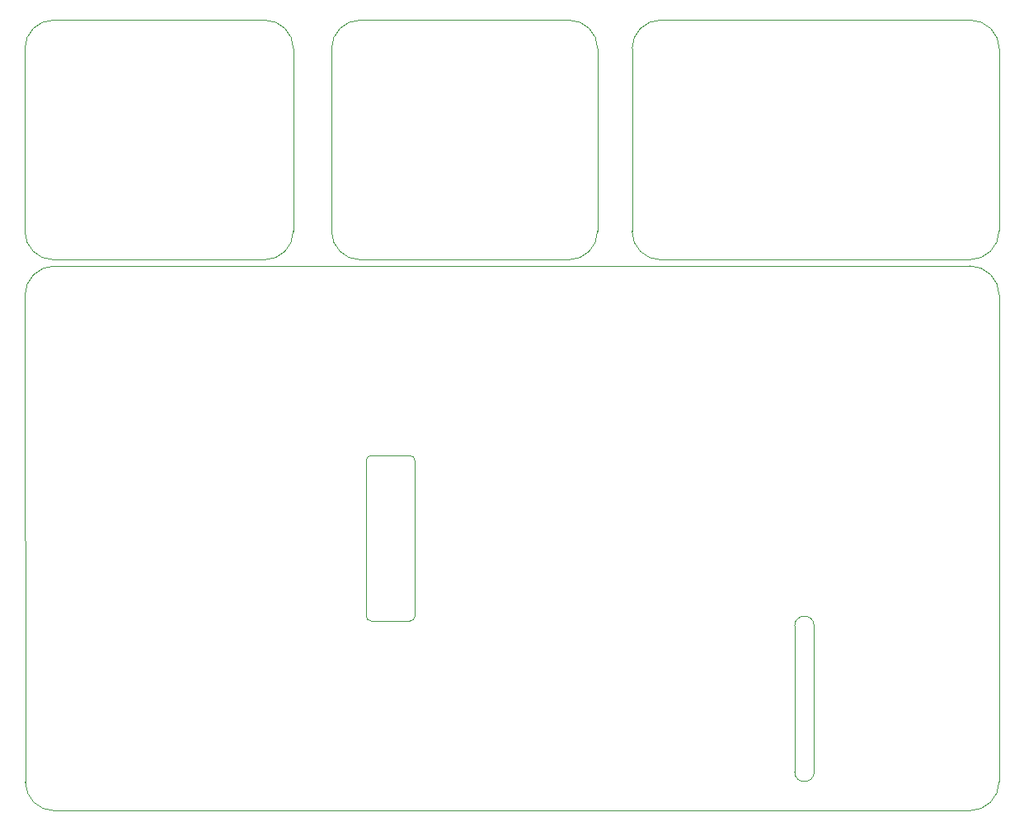
<source format=gm1>
G04 #@! TF.GenerationSoftware,KiCad,Pcbnew,(5.1.10)-1*
G04 #@! TF.CreationDate,2021-06-28T12:48:49+02:00*
G04 #@! TF.ProjectId,PI_MARTLOgger,50495f4d-4152-4544-9c4f-676765722e6b,rev?*
G04 #@! TF.SameCoordinates,Original*
G04 #@! TF.FileFunction,Profile,NP*
%FSLAX46Y46*%
G04 Gerber Fmt 4.6, Leading zero omitted, Abs format (unit mm)*
G04 Created by KiCad (PCBNEW (5.1.10)-1) date 2021-06-28 12:48:49*
%MOMM*%
%LPD*%
G01*
G04 APERTURE LIST*
G04 #@! TA.AperFunction,Profile*
%ADD10C,0.100000*%
G04 #@! TD*
G04 APERTURE END LIST*
D10*
X189586000Y-68720000D02*
X167872000Y-68720000D01*
X220828000Y-68720000D02*
X199368000Y-68720000D01*
X262024000Y-68720000D02*
X230226000Y-68720000D01*
X189586000Y-93358000D02*
X167880000Y-93358000D01*
X220828000Y-93358000D02*
X199376000Y-93358000D01*
X262000000Y-93358000D02*
X230226000Y-93358000D01*
X265024000Y-71720000D02*
G75*
G03*
X262024000Y-68720000I-3000000J0D01*
G01*
X262000000Y-93358000D02*
G75*
G03*
X265000000Y-90358000I0J3000000D01*
G01*
X230226000Y-68720000D02*
G75*
G03*
X227302000Y-71652000I4000J-2928000D01*
G01*
X227302000Y-71652000D02*
X227294000Y-90434000D01*
X227294000Y-90434000D02*
G75*
G03*
X230226000Y-93358000I2928000J4000D01*
G01*
X220828000Y-93358000D02*
G75*
G03*
X223752000Y-90426000I-4000J2928000D01*
G01*
X223752000Y-90426000D02*
X223760000Y-71644000D01*
X223760000Y-71644000D02*
G75*
G03*
X220828000Y-68720000I-2928000J-4000D01*
G01*
X196444000Y-90434000D02*
X196444000Y-71652000D01*
X199368000Y-68720000D02*
G75*
G03*
X196444000Y-71652000I4000J-2928000D01*
G01*
X192518000Y-71644000D02*
G75*
G03*
X189586000Y-68720000I-2928000J-4000D01*
G01*
X192510000Y-90426000D02*
X192518000Y-71644000D01*
X189586000Y-93358000D02*
G75*
G03*
X192510000Y-90426000I-4000J2928000D01*
G01*
X196444000Y-90434000D02*
G75*
G03*
X199376000Y-93358000I2928000J4000D01*
G01*
X167872000Y-68720000D02*
G75*
G03*
X164948000Y-71652000I4000J-2928000D01*
G01*
X164948000Y-90434000D02*
G75*
G03*
X167880000Y-93358000I2928000J4000D01*
G01*
X265000000Y-90358000D02*
X265024000Y-71720000D01*
X164948000Y-90434000D02*
X164948000Y-71652000D01*
X200000873Y-113999999D02*
X200000873Y-129999999D01*
X244000000Y-146000000D02*
X244000000Y-131000000D01*
X246000000Y-131000000D02*
X246000000Y-146000000D01*
X246000000Y-131000000D02*
G75*
G03*
X244000000Y-131000000I-1000000J0D01*
G01*
X244000000Y-146000000D02*
G75*
G03*
X246000000Y-146000000I1000000J0D01*
G01*
X200500000Y-113500000D02*
G75*
G03*
X200000873Y-113999999I873J-499999D01*
G01*
X204500000Y-130500000D02*
G75*
G03*
X205000000Y-130000000I0J500000D01*
G01*
X200000000Y-130000000D02*
G75*
G03*
X200500000Y-130500000I500000J0D01*
G01*
X205000000Y-114000000D02*
G75*
G03*
X204500000Y-113500000I-500000J0D01*
G01*
X265000000Y-97000000D02*
G75*
G03*
X262000000Y-94000000I-3000000J0D01*
G01*
X262000000Y-150000000D02*
G75*
G03*
X265000000Y-147000000I0J3000000D01*
G01*
X165000000Y-147048000D02*
G75*
G03*
X167948003Y-150000000I2952003J0D01*
G01*
X168000000Y-94000000D02*
G75*
G03*
X164948000Y-97052000I0J-3052000D01*
G01*
X262000000Y-94000000D02*
X168000000Y-94000000D01*
X204500000Y-130500000D02*
X200500000Y-130500000D01*
X205000000Y-114000000D02*
X205000000Y-130000000D01*
X200500000Y-113500000D02*
X204500000Y-113500000D01*
X265000000Y-147000000D02*
X265000000Y-97000000D01*
X167948003Y-150000000D02*
X262000000Y-150000000D01*
X164948000Y-97052000D02*
X165000000Y-147048000D01*
M02*

</source>
